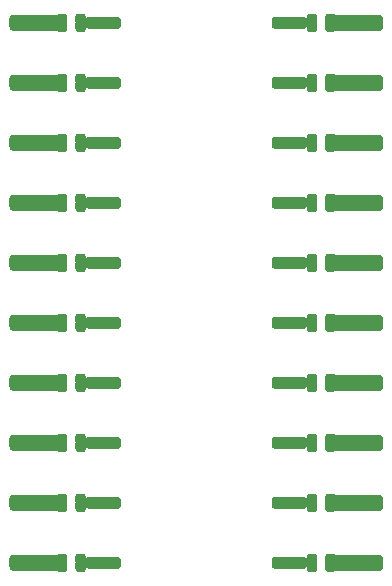
<source format=gts>
G04 #@! TF.GenerationSoftware,KiCad,Pcbnew,5.1.9-73d0e3b20d~88~ubuntu20.04.1*
G04 #@! TF.CreationDate,2021-06-04T14:41:46+03:00*
G04 #@! TF.ProjectId,cable_to_square_pin,6361626c-655f-4746-9f5f-737175617265,rev?*
G04 #@! TF.SameCoordinates,Original*
G04 #@! TF.FileFunction,Soldermask,Top*
G04 #@! TF.FilePolarity,Negative*
%FSLAX46Y46*%
G04 Gerber Fmt 4.6, Leading zero omitted, Abs format (unit mm)*
G04 Created by KiCad (PCBNEW 5.1.9-73d0e3b20d~88~ubuntu20.04.1) date 2021-06-04 14:41:46*
%MOMM*%
%LPD*%
G01*
G04 APERTURE LIST*
G04 APERTURE END LIST*
G04 #@! TO.C,J1*
G36*
G01*
X107860000Y-121020000D02*
X111460000Y-121020000D01*
G75*
G02*
X111810000Y-121370000I0J-350000D01*
G01*
X111810000Y-122070000D01*
G75*
G02*
X111460000Y-122420000I-350000J0D01*
G01*
X107860000Y-122420000D01*
G75*
G02*
X107510000Y-122070000I0J350000D01*
G01*
X107510000Y-121370000D01*
G75*
G02*
X107860000Y-121020000I350000J0D01*
G01*
G37*
G04 #@! TD*
G04 #@! TO.C,J2*
G36*
G01*
X105360000Y-121470000D02*
X105360000Y-121970000D01*
G75*
G02*
X105110000Y-122220000I-250000J0D01*
G01*
X102610000Y-122220000D01*
G75*
G02*
X102360000Y-121970000I0J250000D01*
G01*
X102360000Y-121470000D01*
G75*
G02*
X102610000Y-121220000I250000J0D01*
G01*
X105110000Y-121220000D01*
G75*
G02*
X105360000Y-121470000I0J-250000D01*
G01*
G37*
G04 #@! TD*
G04 #@! TO.C,C1*
G36*
G01*
X106910000Y-75956250D02*
X106910000Y-75443750D01*
G75*
G02*
X107128750Y-75225000I218750J0D01*
G01*
X107566250Y-75225000D01*
G75*
G02*
X107785000Y-75443750I0J-218750D01*
G01*
X107785000Y-75956250D01*
G75*
G02*
X107566250Y-76175000I-218750J0D01*
G01*
X107128750Y-76175000D01*
G75*
G02*
X106910000Y-75956250I0J218750D01*
G01*
G37*
G36*
G01*
X105335000Y-75956250D02*
X105335000Y-75443750D01*
G75*
G02*
X105553750Y-75225000I218750J0D01*
G01*
X105991250Y-75225000D01*
G75*
G02*
X106210000Y-75443750I0J-218750D01*
G01*
X106210000Y-75956250D01*
G75*
G02*
X105991250Y-76175000I-218750J0D01*
G01*
X105553750Y-76175000D01*
G75*
G02*
X105335000Y-75956250I0J218750D01*
G01*
G37*
G04 #@! TD*
G04 #@! TO.C,J2*
G36*
G01*
X105360000Y-106230000D02*
X105360000Y-106730000D01*
G75*
G02*
X105110000Y-106980000I-250000J0D01*
G01*
X102610000Y-106980000D01*
G75*
G02*
X102360000Y-106730000I0J250000D01*
G01*
X102360000Y-106230000D01*
G75*
G02*
X102610000Y-105980000I250000J0D01*
G01*
X105110000Y-105980000D01*
G75*
G02*
X105360000Y-106230000I0J-250000D01*
G01*
G37*
G04 #@! TD*
G04 #@! TO.C,R1*
G36*
G01*
X106910000Y-76556250D02*
X106910000Y-76043750D01*
G75*
G02*
X107128750Y-75825000I218750J0D01*
G01*
X107566250Y-75825000D01*
G75*
G02*
X107785000Y-76043750I0J-218750D01*
G01*
X107785000Y-76556250D01*
G75*
G02*
X107566250Y-76775000I-218750J0D01*
G01*
X107128750Y-76775000D01*
G75*
G02*
X106910000Y-76556250I0J218750D01*
G01*
G37*
G36*
G01*
X105335000Y-76556250D02*
X105335000Y-76043750D01*
G75*
G02*
X105553750Y-75825000I218750J0D01*
G01*
X105991250Y-75825000D01*
G75*
G02*
X106210000Y-76043750I0J-218750D01*
G01*
X106210000Y-76556250D01*
G75*
G02*
X105991250Y-76775000I-218750J0D01*
G01*
X105553750Y-76775000D01*
G75*
G02*
X105335000Y-76556250I0J218750D01*
G01*
G37*
G04 #@! TD*
G04 #@! TO.C,J1*
G36*
G01*
X107860000Y-85460000D02*
X111460000Y-85460000D01*
G75*
G02*
X111810000Y-85810000I0J-350000D01*
G01*
X111810000Y-86510000D01*
G75*
G02*
X111460000Y-86860000I-350000J0D01*
G01*
X107860000Y-86860000D01*
G75*
G02*
X107510000Y-86510000I0J350000D01*
G01*
X107510000Y-85810000D01*
G75*
G02*
X107860000Y-85460000I350000J0D01*
G01*
G37*
G04 #@! TD*
G04 #@! TO.C,R1*
G36*
G01*
X105335000Y-112116250D02*
X105335000Y-111603750D01*
G75*
G02*
X105553750Y-111385000I218750J0D01*
G01*
X105991250Y-111385000D01*
G75*
G02*
X106210000Y-111603750I0J-218750D01*
G01*
X106210000Y-112116250D01*
G75*
G02*
X105991250Y-112335000I-218750J0D01*
G01*
X105553750Y-112335000D01*
G75*
G02*
X105335000Y-112116250I0J218750D01*
G01*
G37*
G36*
G01*
X106910000Y-112116250D02*
X106910000Y-111603750D01*
G75*
G02*
X107128750Y-111385000I218750J0D01*
G01*
X107566250Y-111385000D01*
G75*
G02*
X107785000Y-111603750I0J-218750D01*
G01*
X107785000Y-112116250D01*
G75*
G02*
X107566250Y-112335000I-218750J0D01*
G01*
X107128750Y-112335000D01*
G75*
G02*
X106910000Y-112116250I0J218750D01*
G01*
G37*
G04 #@! TD*
G04 #@! TO.C,R1*
G36*
G01*
X106910000Y-117196250D02*
X106910000Y-116683750D01*
G75*
G02*
X107128750Y-116465000I218750J0D01*
G01*
X107566250Y-116465000D01*
G75*
G02*
X107785000Y-116683750I0J-218750D01*
G01*
X107785000Y-117196250D01*
G75*
G02*
X107566250Y-117415000I-218750J0D01*
G01*
X107128750Y-117415000D01*
G75*
G02*
X106910000Y-117196250I0J218750D01*
G01*
G37*
G36*
G01*
X105335000Y-117196250D02*
X105335000Y-116683750D01*
G75*
G02*
X105553750Y-116465000I218750J0D01*
G01*
X105991250Y-116465000D01*
G75*
G02*
X106210000Y-116683750I0J-218750D01*
G01*
X106210000Y-117196250D01*
G75*
G02*
X105991250Y-117415000I-218750J0D01*
G01*
X105553750Y-117415000D01*
G75*
G02*
X105335000Y-117196250I0J218750D01*
G01*
G37*
G04 #@! TD*
G04 #@! TO.C,J1*
G36*
G01*
X107860000Y-80380000D02*
X111460000Y-80380000D01*
G75*
G02*
X111810000Y-80730000I0J-350000D01*
G01*
X111810000Y-81430000D01*
G75*
G02*
X111460000Y-81780000I-350000J0D01*
G01*
X107860000Y-81780000D01*
G75*
G02*
X107510000Y-81430000I0J350000D01*
G01*
X107510000Y-80730000D01*
G75*
G02*
X107860000Y-80380000I350000J0D01*
G01*
G37*
G04 #@! TD*
G04 #@! TO.C,R1*
G36*
G01*
X105335000Y-81636250D02*
X105335000Y-81123750D01*
G75*
G02*
X105553750Y-80905000I218750J0D01*
G01*
X105991250Y-80905000D01*
G75*
G02*
X106210000Y-81123750I0J-218750D01*
G01*
X106210000Y-81636250D01*
G75*
G02*
X105991250Y-81855000I-218750J0D01*
G01*
X105553750Y-81855000D01*
G75*
G02*
X105335000Y-81636250I0J218750D01*
G01*
G37*
G36*
G01*
X106910000Y-81636250D02*
X106910000Y-81123750D01*
G75*
G02*
X107128750Y-80905000I218750J0D01*
G01*
X107566250Y-80905000D01*
G75*
G02*
X107785000Y-81123750I0J-218750D01*
G01*
X107785000Y-81636250D01*
G75*
G02*
X107566250Y-81855000I-218750J0D01*
G01*
X107128750Y-81855000D01*
G75*
G02*
X106910000Y-81636250I0J218750D01*
G01*
G37*
G04 #@! TD*
G04 #@! TO.C,J1*
G36*
G01*
X107860000Y-95620000D02*
X111460000Y-95620000D01*
G75*
G02*
X111810000Y-95970000I0J-350000D01*
G01*
X111810000Y-96670000D01*
G75*
G02*
X111460000Y-97020000I-350000J0D01*
G01*
X107860000Y-97020000D01*
G75*
G02*
X107510000Y-96670000I0J350000D01*
G01*
X107510000Y-95970000D01*
G75*
G02*
X107860000Y-95620000I350000J0D01*
G01*
G37*
G04 #@! TD*
G04 #@! TO.C,R1*
G36*
G01*
X105335000Y-91796250D02*
X105335000Y-91283750D01*
G75*
G02*
X105553750Y-91065000I218750J0D01*
G01*
X105991250Y-91065000D01*
G75*
G02*
X106210000Y-91283750I0J-218750D01*
G01*
X106210000Y-91796250D01*
G75*
G02*
X105991250Y-92015000I-218750J0D01*
G01*
X105553750Y-92015000D01*
G75*
G02*
X105335000Y-91796250I0J218750D01*
G01*
G37*
G36*
G01*
X106910000Y-91796250D02*
X106910000Y-91283750D01*
G75*
G02*
X107128750Y-91065000I218750J0D01*
G01*
X107566250Y-91065000D01*
G75*
G02*
X107785000Y-91283750I0J-218750D01*
G01*
X107785000Y-91796250D01*
G75*
G02*
X107566250Y-92015000I-218750J0D01*
G01*
X107128750Y-92015000D01*
G75*
G02*
X106910000Y-91796250I0J218750D01*
G01*
G37*
G04 #@! TD*
G04 #@! TO.C,J1*
G36*
G01*
X107860000Y-100700000D02*
X111460000Y-100700000D01*
G75*
G02*
X111810000Y-101050000I0J-350000D01*
G01*
X111810000Y-101750000D01*
G75*
G02*
X111460000Y-102100000I-350000J0D01*
G01*
X107860000Y-102100000D01*
G75*
G02*
X107510000Y-101750000I0J350000D01*
G01*
X107510000Y-101050000D01*
G75*
G02*
X107860000Y-100700000I350000J0D01*
G01*
G37*
G04 #@! TD*
G04 #@! TO.C,J1*
G36*
G01*
X107860000Y-115940000D02*
X111460000Y-115940000D01*
G75*
G02*
X111810000Y-116290000I0J-350000D01*
G01*
X111810000Y-116990000D01*
G75*
G02*
X111460000Y-117340000I-350000J0D01*
G01*
X107860000Y-117340000D01*
G75*
G02*
X107510000Y-116990000I0J350000D01*
G01*
X107510000Y-116290000D01*
G75*
G02*
X107860000Y-115940000I350000J0D01*
G01*
G37*
G04 #@! TD*
G04 #@! TO.C,C1*
G36*
G01*
X105335000Y-111516250D02*
X105335000Y-111003750D01*
G75*
G02*
X105553750Y-110785000I218750J0D01*
G01*
X105991250Y-110785000D01*
G75*
G02*
X106210000Y-111003750I0J-218750D01*
G01*
X106210000Y-111516250D01*
G75*
G02*
X105991250Y-111735000I-218750J0D01*
G01*
X105553750Y-111735000D01*
G75*
G02*
X105335000Y-111516250I0J218750D01*
G01*
G37*
G36*
G01*
X106910000Y-111516250D02*
X106910000Y-111003750D01*
G75*
G02*
X107128750Y-110785000I218750J0D01*
G01*
X107566250Y-110785000D01*
G75*
G02*
X107785000Y-111003750I0J-218750D01*
G01*
X107785000Y-111516250D01*
G75*
G02*
X107566250Y-111735000I-218750J0D01*
G01*
X107128750Y-111735000D01*
G75*
G02*
X106910000Y-111516250I0J218750D01*
G01*
G37*
G04 #@! TD*
G04 #@! TO.C,C1*
G36*
G01*
X106910000Y-96276250D02*
X106910000Y-95763750D01*
G75*
G02*
X107128750Y-95545000I218750J0D01*
G01*
X107566250Y-95545000D01*
G75*
G02*
X107785000Y-95763750I0J-218750D01*
G01*
X107785000Y-96276250D01*
G75*
G02*
X107566250Y-96495000I-218750J0D01*
G01*
X107128750Y-96495000D01*
G75*
G02*
X106910000Y-96276250I0J218750D01*
G01*
G37*
G36*
G01*
X105335000Y-96276250D02*
X105335000Y-95763750D01*
G75*
G02*
X105553750Y-95545000I218750J0D01*
G01*
X105991250Y-95545000D01*
G75*
G02*
X106210000Y-95763750I0J-218750D01*
G01*
X106210000Y-96276250D01*
G75*
G02*
X105991250Y-96495000I-218750J0D01*
G01*
X105553750Y-96495000D01*
G75*
G02*
X105335000Y-96276250I0J218750D01*
G01*
G37*
G04 #@! TD*
G04 #@! TO.C,C1*
G36*
G01*
X105335000Y-81036250D02*
X105335000Y-80523750D01*
G75*
G02*
X105553750Y-80305000I218750J0D01*
G01*
X105991250Y-80305000D01*
G75*
G02*
X106210000Y-80523750I0J-218750D01*
G01*
X106210000Y-81036250D01*
G75*
G02*
X105991250Y-81255000I-218750J0D01*
G01*
X105553750Y-81255000D01*
G75*
G02*
X105335000Y-81036250I0J218750D01*
G01*
G37*
G36*
G01*
X106910000Y-81036250D02*
X106910000Y-80523750D01*
G75*
G02*
X107128750Y-80305000I218750J0D01*
G01*
X107566250Y-80305000D01*
G75*
G02*
X107785000Y-80523750I0J-218750D01*
G01*
X107785000Y-81036250D01*
G75*
G02*
X107566250Y-81255000I-218750J0D01*
G01*
X107128750Y-81255000D01*
G75*
G02*
X106910000Y-81036250I0J218750D01*
G01*
G37*
G04 #@! TD*
G04 #@! TO.C,J1*
G36*
G01*
X107860000Y-75300000D02*
X111460000Y-75300000D01*
G75*
G02*
X111810000Y-75650000I0J-350000D01*
G01*
X111810000Y-76350000D01*
G75*
G02*
X111460000Y-76700000I-350000J0D01*
G01*
X107860000Y-76700000D01*
G75*
G02*
X107510000Y-76350000I0J350000D01*
G01*
X107510000Y-75650000D01*
G75*
G02*
X107860000Y-75300000I350000J0D01*
G01*
G37*
G04 #@! TD*
G04 #@! TO.C,R1*
G36*
G01*
X106910000Y-107036250D02*
X106910000Y-106523750D01*
G75*
G02*
X107128750Y-106305000I218750J0D01*
G01*
X107566250Y-106305000D01*
G75*
G02*
X107785000Y-106523750I0J-218750D01*
G01*
X107785000Y-107036250D01*
G75*
G02*
X107566250Y-107255000I-218750J0D01*
G01*
X107128750Y-107255000D01*
G75*
G02*
X106910000Y-107036250I0J218750D01*
G01*
G37*
G36*
G01*
X105335000Y-107036250D02*
X105335000Y-106523750D01*
G75*
G02*
X105553750Y-106305000I218750J0D01*
G01*
X105991250Y-106305000D01*
G75*
G02*
X106210000Y-106523750I0J-218750D01*
G01*
X106210000Y-107036250D01*
G75*
G02*
X105991250Y-107255000I-218750J0D01*
G01*
X105553750Y-107255000D01*
G75*
G02*
X105335000Y-107036250I0J218750D01*
G01*
G37*
G04 #@! TD*
G04 #@! TO.C,J2*
G36*
G01*
X105360000Y-111310000D02*
X105360000Y-111810000D01*
G75*
G02*
X105110000Y-112060000I-250000J0D01*
G01*
X102610000Y-112060000D01*
G75*
G02*
X102360000Y-111810000I0J250000D01*
G01*
X102360000Y-111310000D01*
G75*
G02*
X102610000Y-111060000I250000J0D01*
G01*
X105110000Y-111060000D01*
G75*
G02*
X105360000Y-111310000I0J-250000D01*
G01*
G37*
G04 #@! TD*
G04 #@! TO.C,J1*
G36*
G01*
X107860000Y-110860000D02*
X111460000Y-110860000D01*
G75*
G02*
X111810000Y-111210000I0J-350000D01*
G01*
X111810000Y-111910000D01*
G75*
G02*
X111460000Y-112260000I-350000J0D01*
G01*
X107860000Y-112260000D01*
G75*
G02*
X107510000Y-111910000I0J350000D01*
G01*
X107510000Y-111210000D01*
G75*
G02*
X107860000Y-110860000I350000J0D01*
G01*
G37*
G04 #@! TD*
G04 #@! TO.C,J1*
G36*
G01*
X107860000Y-90540000D02*
X111460000Y-90540000D01*
G75*
G02*
X111810000Y-90890000I0J-350000D01*
G01*
X111810000Y-91590000D01*
G75*
G02*
X111460000Y-91940000I-350000J0D01*
G01*
X107860000Y-91940000D01*
G75*
G02*
X107510000Y-91590000I0J350000D01*
G01*
X107510000Y-90890000D01*
G75*
G02*
X107860000Y-90540000I350000J0D01*
G01*
G37*
G04 #@! TD*
G04 #@! TO.C,C1*
G36*
G01*
X105335000Y-101356250D02*
X105335000Y-100843750D01*
G75*
G02*
X105553750Y-100625000I218750J0D01*
G01*
X105991250Y-100625000D01*
G75*
G02*
X106210000Y-100843750I0J-218750D01*
G01*
X106210000Y-101356250D01*
G75*
G02*
X105991250Y-101575000I-218750J0D01*
G01*
X105553750Y-101575000D01*
G75*
G02*
X105335000Y-101356250I0J218750D01*
G01*
G37*
G36*
G01*
X106910000Y-101356250D02*
X106910000Y-100843750D01*
G75*
G02*
X107128750Y-100625000I218750J0D01*
G01*
X107566250Y-100625000D01*
G75*
G02*
X107785000Y-100843750I0J-218750D01*
G01*
X107785000Y-101356250D01*
G75*
G02*
X107566250Y-101575000I-218750J0D01*
G01*
X107128750Y-101575000D01*
G75*
G02*
X106910000Y-101356250I0J218750D01*
G01*
G37*
G04 #@! TD*
G04 #@! TO.C,C1*
G36*
G01*
X105335000Y-91196250D02*
X105335000Y-90683750D01*
G75*
G02*
X105553750Y-90465000I218750J0D01*
G01*
X105991250Y-90465000D01*
G75*
G02*
X106210000Y-90683750I0J-218750D01*
G01*
X106210000Y-91196250D01*
G75*
G02*
X105991250Y-91415000I-218750J0D01*
G01*
X105553750Y-91415000D01*
G75*
G02*
X105335000Y-91196250I0J218750D01*
G01*
G37*
G36*
G01*
X106910000Y-91196250D02*
X106910000Y-90683750D01*
G75*
G02*
X107128750Y-90465000I218750J0D01*
G01*
X107566250Y-90465000D01*
G75*
G02*
X107785000Y-90683750I0J-218750D01*
G01*
X107785000Y-91196250D01*
G75*
G02*
X107566250Y-91415000I-218750J0D01*
G01*
X107128750Y-91415000D01*
G75*
G02*
X106910000Y-91196250I0J218750D01*
G01*
G37*
G04 #@! TD*
G04 #@! TO.C,C1*
G36*
G01*
X106910000Y-116596250D02*
X106910000Y-116083750D01*
G75*
G02*
X107128750Y-115865000I218750J0D01*
G01*
X107566250Y-115865000D01*
G75*
G02*
X107785000Y-116083750I0J-218750D01*
G01*
X107785000Y-116596250D01*
G75*
G02*
X107566250Y-116815000I-218750J0D01*
G01*
X107128750Y-116815000D01*
G75*
G02*
X106910000Y-116596250I0J218750D01*
G01*
G37*
G36*
G01*
X105335000Y-116596250D02*
X105335000Y-116083750D01*
G75*
G02*
X105553750Y-115865000I218750J0D01*
G01*
X105991250Y-115865000D01*
G75*
G02*
X106210000Y-116083750I0J-218750D01*
G01*
X106210000Y-116596250D01*
G75*
G02*
X105991250Y-116815000I-218750J0D01*
G01*
X105553750Y-116815000D01*
G75*
G02*
X105335000Y-116596250I0J218750D01*
G01*
G37*
G04 #@! TD*
G04 #@! TO.C,J2*
G36*
G01*
X105360000Y-116390000D02*
X105360000Y-116890000D01*
G75*
G02*
X105110000Y-117140000I-250000J0D01*
G01*
X102610000Y-117140000D01*
G75*
G02*
X102360000Y-116890000I0J250000D01*
G01*
X102360000Y-116390000D01*
G75*
G02*
X102610000Y-116140000I250000J0D01*
G01*
X105110000Y-116140000D01*
G75*
G02*
X105360000Y-116390000I0J-250000D01*
G01*
G37*
G04 #@! TD*
G04 #@! TO.C,J1*
G36*
G01*
X107860000Y-105780000D02*
X111460000Y-105780000D01*
G75*
G02*
X111810000Y-106130000I0J-350000D01*
G01*
X111810000Y-106830000D01*
G75*
G02*
X111460000Y-107180000I-350000J0D01*
G01*
X107860000Y-107180000D01*
G75*
G02*
X107510000Y-106830000I0J350000D01*
G01*
X107510000Y-106130000D01*
G75*
G02*
X107860000Y-105780000I350000J0D01*
G01*
G37*
G04 #@! TD*
G04 #@! TO.C,J2*
G36*
G01*
X105360000Y-90990000D02*
X105360000Y-91490000D01*
G75*
G02*
X105110000Y-91740000I-250000J0D01*
G01*
X102610000Y-91740000D01*
G75*
G02*
X102360000Y-91490000I0J250000D01*
G01*
X102360000Y-90990000D01*
G75*
G02*
X102610000Y-90740000I250000J0D01*
G01*
X105110000Y-90740000D01*
G75*
G02*
X105360000Y-90990000I0J-250000D01*
G01*
G37*
G04 #@! TD*
G04 #@! TO.C,J2*
G36*
G01*
X105360000Y-85910000D02*
X105360000Y-86410000D01*
G75*
G02*
X105110000Y-86660000I-250000J0D01*
G01*
X102610000Y-86660000D01*
G75*
G02*
X102360000Y-86410000I0J250000D01*
G01*
X102360000Y-85910000D01*
G75*
G02*
X102610000Y-85660000I250000J0D01*
G01*
X105110000Y-85660000D01*
G75*
G02*
X105360000Y-85910000I0J-250000D01*
G01*
G37*
G04 #@! TD*
G04 #@! TO.C,J2*
G36*
G01*
X105360000Y-101150000D02*
X105360000Y-101650000D01*
G75*
G02*
X105110000Y-101900000I-250000J0D01*
G01*
X102610000Y-101900000D01*
G75*
G02*
X102360000Y-101650000I0J250000D01*
G01*
X102360000Y-101150000D01*
G75*
G02*
X102610000Y-100900000I250000J0D01*
G01*
X105110000Y-100900000D01*
G75*
G02*
X105360000Y-101150000I0J-250000D01*
G01*
G37*
G04 #@! TD*
G04 #@! TO.C,R1*
G36*
G01*
X106910000Y-86716250D02*
X106910000Y-86203750D01*
G75*
G02*
X107128750Y-85985000I218750J0D01*
G01*
X107566250Y-85985000D01*
G75*
G02*
X107785000Y-86203750I0J-218750D01*
G01*
X107785000Y-86716250D01*
G75*
G02*
X107566250Y-86935000I-218750J0D01*
G01*
X107128750Y-86935000D01*
G75*
G02*
X106910000Y-86716250I0J218750D01*
G01*
G37*
G36*
G01*
X105335000Y-86716250D02*
X105335000Y-86203750D01*
G75*
G02*
X105553750Y-85985000I218750J0D01*
G01*
X105991250Y-85985000D01*
G75*
G02*
X106210000Y-86203750I0J-218750D01*
G01*
X106210000Y-86716250D01*
G75*
G02*
X105991250Y-86935000I-218750J0D01*
G01*
X105553750Y-86935000D01*
G75*
G02*
X105335000Y-86716250I0J218750D01*
G01*
G37*
G04 #@! TD*
G04 #@! TO.C,J2*
G36*
G01*
X105360000Y-96070000D02*
X105360000Y-96570000D01*
G75*
G02*
X105110000Y-96820000I-250000J0D01*
G01*
X102610000Y-96820000D01*
G75*
G02*
X102360000Y-96570000I0J250000D01*
G01*
X102360000Y-96070000D01*
G75*
G02*
X102610000Y-95820000I250000J0D01*
G01*
X105110000Y-95820000D01*
G75*
G02*
X105360000Y-96070000I0J-250000D01*
G01*
G37*
G04 #@! TD*
G04 #@! TO.C,C1*
G36*
G01*
X106910000Y-106436250D02*
X106910000Y-105923750D01*
G75*
G02*
X107128750Y-105705000I218750J0D01*
G01*
X107566250Y-105705000D01*
G75*
G02*
X107785000Y-105923750I0J-218750D01*
G01*
X107785000Y-106436250D01*
G75*
G02*
X107566250Y-106655000I-218750J0D01*
G01*
X107128750Y-106655000D01*
G75*
G02*
X106910000Y-106436250I0J218750D01*
G01*
G37*
G36*
G01*
X105335000Y-106436250D02*
X105335000Y-105923750D01*
G75*
G02*
X105553750Y-105705000I218750J0D01*
G01*
X105991250Y-105705000D01*
G75*
G02*
X106210000Y-105923750I0J-218750D01*
G01*
X106210000Y-106436250D01*
G75*
G02*
X105991250Y-106655000I-218750J0D01*
G01*
X105553750Y-106655000D01*
G75*
G02*
X105335000Y-106436250I0J218750D01*
G01*
G37*
G04 #@! TD*
G04 #@! TO.C,R1*
G36*
G01*
X105335000Y-122276250D02*
X105335000Y-121763750D01*
G75*
G02*
X105553750Y-121545000I218750J0D01*
G01*
X105991250Y-121545000D01*
G75*
G02*
X106210000Y-121763750I0J-218750D01*
G01*
X106210000Y-122276250D01*
G75*
G02*
X105991250Y-122495000I-218750J0D01*
G01*
X105553750Y-122495000D01*
G75*
G02*
X105335000Y-122276250I0J218750D01*
G01*
G37*
G36*
G01*
X106910000Y-122276250D02*
X106910000Y-121763750D01*
G75*
G02*
X107128750Y-121545000I218750J0D01*
G01*
X107566250Y-121545000D01*
G75*
G02*
X107785000Y-121763750I0J-218750D01*
G01*
X107785000Y-122276250D01*
G75*
G02*
X107566250Y-122495000I-218750J0D01*
G01*
X107128750Y-122495000D01*
G75*
G02*
X106910000Y-122276250I0J218750D01*
G01*
G37*
G04 #@! TD*
G04 #@! TO.C,J2*
G36*
G01*
X105360000Y-75750000D02*
X105360000Y-76250000D01*
G75*
G02*
X105110000Y-76500000I-250000J0D01*
G01*
X102610000Y-76500000D01*
G75*
G02*
X102360000Y-76250000I0J250000D01*
G01*
X102360000Y-75750000D01*
G75*
G02*
X102610000Y-75500000I250000J0D01*
G01*
X105110000Y-75500000D01*
G75*
G02*
X105360000Y-75750000I0J-250000D01*
G01*
G37*
G04 #@! TD*
G04 #@! TO.C,J2*
G36*
G01*
X105360000Y-80830000D02*
X105360000Y-81330000D01*
G75*
G02*
X105110000Y-81580000I-250000J0D01*
G01*
X102610000Y-81580000D01*
G75*
G02*
X102360000Y-81330000I0J250000D01*
G01*
X102360000Y-80830000D01*
G75*
G02*
X102610000Y-80580000I250000J0D01*
G01*
X105110000Y-80580000D01*
G75*
G02*
X105360000Y-80830000I0J-250000D01*
G01*
G37*
G04 #@! TD*
G04 #@! TO.C,R1*
G36*
G01*
X105335000Y-101956250D02*
X105335000Y-101443750D01*
G75*
G02*
X105553750Y-101225000I218750J0D01*
G01*
X105991250Y-101225000D01*
G75*
G02*
X106210000Y-101443750I0J-218750D01*
G01*
X106210000Y-101956250D01*
G75*
G02*
X105991250Y-102175000I-218750J0D01*
G01*
X105553750Y-102175000D01*
G75*
G02*
X105335000Y-101956250I0J218750D01*
G01*
G37*
G36*
G01*
X106910000Y-101956250D02*
X106910000Y-101443750D01*
G75*
G02*
X107128750Y-101225000I218750J0D01*
G01*
X107566250Y-101225000D01*
G75*
G02*
X107785000Y-101443750I0J-218750D01*
G01*
X107785000Y-101956250D01*
G75*
G02*
X107566250Y-102175000I-218750J0D01*
G01*
X107128750Y-102175000D01*
G75*
G02*
X106910000Y-101956250I0J218750D01*
G01*
G37*
G04 #@! TD*
G04 #@! TO.C,C1*
G36*
G01*
X105335000Y-121676250D02*
X105335000Y-121163750D01*
G75*
G02*
X105553750Y-120945000I218750J0D01*
G01*
X105991250Y-120945000D01*
G75*
G02*
X106210000Y-121163750I0J-218750D01*
G01*
X106210000Y-121676250D01*
G75*
G02*
X105991250Y-121895000I-218750J0D01*
G01*
X105553750Y-121895000D01*
G75*
G02*
X105335000Y-121676250I0J218750D01*
G01*
G37*
G36*
G01*
X106910000Y-121676250D02*
X106910000Y-121163750D01*
G75*
G02*
X107128750Y-120945000I218750J0D01*
G01*
X107566250Y-120945000D01*
G75*
G02*
X107785000Y-121163750I0J-218750D01*
G01*
X107785000Y-121676250D01*
G75*
G02*
X107566250Y-121895000I-218750J0D01*
G01*
X107128750Y-121895000D01*
G75*
G02*
X106910000Y-121676250I0J218750D01*
G01*
G37*
G04 #@! TD*
G04 #@! TO.C,C1*
G36*
G01*
X106910000Y-86116250D02*
X106910000Y-85603750D01*
G75*
G02*
X107128750Y-85385000I218750J0D01*
G01*
X107566250Y-85385000D01*
G75*
G02*
X107785000Y-85603750I0J-218750D01*
G01*
X107785000Y-86116250D01*
G75*
G02*
X107566250Y-86335000I-218750J0D01*
G01*
X107128750Y-86335000D01*
G75*
G02*
X106910000Y-86116250I0J218750D01*
G01*
G37*
G36*
G01*
X105335000Y-86116250D02*
X105335000Y-85603750D01*
G75*
G02*
X105553750Y-85385000I218750J0D01*
G01*
X105991250Y-85385000D01*
G75*
G02*
X106210000Y-85603750I0J-218750D01*
G01*
X106210000Y-86116250D01*
G75*
G02*
X105991250Y-86335000I-218750J0D01*
G01*
X105553750Y-86335000D01*
G75*
G02*
X105335000Y-86116250I0J218750D01*
G01*
G37*
G04 #@! TD*
G04 #@! TO.C,R1*
G36*
G01*
X106910000Y-96876250D02*
X106910000Y-96363750D01*
G75*
G02*
X107128750Y-96145000I218750J0D01*
G01*
X107566250Y-96145000D01*
G75*
G02*
X107785000Y-96363750I0J-218750D01*
G01*
X107785000Y-96876250D01*
G75*
G02*
X107566250Y-97095000I-218750J0D01*
G01*
X107128750Y-97095000D01*
G75*
G02*
X106910000Y-96876250I0J218750D01*
G01*
G37*
G36*
G01*
X105335000Y-96876250D02*
X105335000Y-96363750D01*
G75*
G02*
X105553750Y-96145000I218750J0D01*
G01*
X105991250Y-96145000D01*
G75*
G02*
X106210000Y-96363750I0J-218750D01*
G01*
X106210000Y-96876250D01*
G75*
G02*
X105991250Y-97095000I-218750J0D01*
G01*
X105553750Y-97095000D01*
G75*
G02*
X105335000Y-96876250I0J218750D01*
G01*
G37*
G04 #@! TD*
G04 #@! TO.C,J1*
G36*
G01*
X84100000Y-117340000D02*
X80500000Y-117340000D01*
G75*
G02*
X80150000Y-116990000I0J350000D01*
G01*
X80150000Y-116290000D01*
G75*
G02*
X80500000Y-115940000I350000J0D01*
G01*
X84100000Y-115940000D01*
G75*
G02*
X84450000Y-116290000I0J-350000D01*
G01*
X84450000Y-116990000D01*
G75*
G02*
X84100000Y-117340000I-350000J0D01*
G01*
G37*
G04 #@! TD*
G04 #@! TO.C,R1*
G36*
G01*
X86625000Y-121163750D02*
X86625000Y-121676250D01*
G75*
G02*
X86406250Y-121895000I-218750J0D01*
G01*
X85968750Y-121895000D01*
G75*
G02*
X85750000Y-121676250I0J218750D01*
G01*
X85750000Y-121163750D01*
G75*
G02*
X85968750Y-120945000I218750J0D01*
G01*
X86406250Y-120945000D01*
G75*
G02*
X86625000Y-121163750I0J-218750D01*
G01*
G37*
G36*
G01*
X85050000Y-121163750D02*
X85050000Y-121676250D01*
G75*
G02*
X84831250Y-121895000I-218750J0D01*
G01*
X84393750Y-121895000D01*
G75*
G02*
X84175000Y-121676250I0J218750D01*
G01*
X84175000Y-121163750D01*
G75*
G02*
X84393750Y-120945000I218750J0D01*
G01*
X84831250Y-120945000D01*
G75*
G02*
X85050000Y-121163750I0J-218750D01*
G01*
G37*
G04 #@! TD*
G04 #@! TO.C,J1*
G36*
G01*
X84100000Y-112260000D02*
X80500000Y-112260000D01*
G75*
G02*
X80150000Y-111910000I0J350000D01*
G01*
X80150000Y-111210000D01*
G75*
G02*
X80500000Y-110860000I350000J0D01*
G01*
X84100000Y-110860000D01*
G75*
G02*
X84450000Y-111210000I0J-350000D01*
G01*
X84450000Y-111910000D01*
G75*
G02*
X84100000Y-112260000I-350000J0D01*
G01*
G37*
G04 #@! TD*
G04 #@! TO.C,C1*
G36*
G01*
X85050000Y-116683750D02*
X85050000Y-117196250D01*
G75*
G02*
X84831250Y-117415000I-218750J0D01*
G01*
X84393750Y-117415000D01*
G75*
G02*
X84175000Y-117196250I0J218750D01*
G01*
X84175000Y-116683750D01*
G75*
G02*
X84393750Y-116465000I218750J0D01*
G01*
X84831250Y-116465000D01*
G75*
G02*
X85050000Y-116683750I0J-218750D01*
G01*
G37*
G36*
G01*
X86625000Y-116683750D02*
X86625000Y-117196250D01*
G75*
G02*
X86406250Y-117415000I-218750J0D01*
G01*
X85968750Y-117415000D01*
G75*
G02*
X85750000Y-117196250I0J218750D01*
G01*
X85750000Y-116683750D01*
G75*
G02*
X85968750Y-116465000I218750J0D01*
G01*
X86406250Y-116465000D01*
G75*
G02*
X86625000Y-116683750I0J-218750D01*
G01*
G37*
G04 #@! TD*
G04 #@! TO.C,J1*
G36*
G01*
X84100000Y-122420000D02*
X80500000Y-122420000D01*
G75*
G02*
X80150000Y-122070000I0J350000D01*
G01*
X80150000Y-121370000D01*
G75*
G02*
X80500000Y-121020000I350000J0D01*
G01*
X84100000Y-121020000D01*
G75*
G02*
X84450000Y-121370000I0J-350000D01*
G01*
X84450000Y-122070000D01*
G75*
G02*
X84100000Y-122420000I-350000J0D01*
G01*
G37*
G04 #@! TD*
G04 #@! TO.C,C1*
G36*
G01*
X86625000Y-111603750D02*
X86625000Y-112116250D01*
G75*
G02*
X86406250Y-112335000I-218750J0D01*
G01*
X85968750Y-112335000D01*
G75*
G02*
X85750000Y-112116250I0J218750D01*
G01*
X85750000Y-111603750D01*
G75*
G02*
X85968750Y-111385000I218750J0D01*
G01*
X86406250Y-111385000D01*
G75*
G02*
X86625000Y-111603750I0J-218750D01*
G01*
G37*
G36*
G01*
X85050000Y-111603750D02*
X85050000Y-112116250D01*
G75*
G02*
X84831250Y-112335000I-218750J0D01*
G01*
X84393750Y-112335000D01*
G75*
G02*
X84175000Y-112116250I0J218750D01*
G01*
X84175000Y-111603750D01*
G75*
G02*
X84393750Y-111385000I218750J0D01*
G01*
X84831250Y-111385000D01*
G75*
G02*
X85050000Y-111603750I0J-218750D01*
G01*
G37*
G04 #@! TD*
G04 #@! TO.C,C1*
G36*
G01*
X86625000Y-121763750D02*
X86625000Y-122276250D01*
G75*
G02*
X86406250Y-122495000I-218750J0D01*
G01*
X85968750Y-122495000D01*
G75*
G02*
X85750000Y-122276250I0J218750D01*
G01*
X85750000Y-121763750D01*
G75*
G02*
X85968750Y-121545000I218750J0D01*
G01*
X86406250Y-121545000D01*
G75*
G02*
X86625000Y-121763750I0J-218750D01*
G01*
G37*
G36*
G01*
X85050000Y-121763750D02*
X85050000Y-122276250D01*
G75*
G02*
X84831250Y-122495000I-218750J0D01*
G01*
X84393750Y-122495000D01*
G75*
G02*
X84175000Y-122276250I0J218750D01*
G01*
X84175000Y-121763750D01*
G75*
G02*
X84393750Y-121545000I218750J0D01*
G01*
X84831250Y-121545000D01*
G75*
G02*
X85050000Y-121763750I0J-218750D01*
G01*
G37*
G04 #@! TD*
G04 #@! TO.C,J2*
G36*
G01*
X86600000Y-121970000D02*
X86600000Y-121470000D01*
G75*
G02*
X86850000Y-121220000I250000J0D01*
G01*
X89350000Y-121220000D01*
G75*
G02*
X89600000Y-121470000I0J-250000D01*
G01*
X89600000Y-121970000D01*
G75*
G02*
X89350000Y-122220000I-250000J0D01*
G01*
X86850000Y-122220000D01*
G75*
G02*
X86600000Y-121970000I0J250000D01*
G01*
G37*
G04 #@! TD*
G04 #@! TO.C,J2*
G36*
G01*
X86600000Y-111810000D02*
X86600000Y-111310000D01*
G75*
G02*
X86850000Y-111060000I250000J0D01*
G01*
X89350000Y-111060000D01*
G75*
G02*
X89600000Y-111310000I0J-250000D01*
G01*
X89600000Y-111810000D01*
G75*
G02*
X89350000Y-112060000I-250000J0D01*
G01*
X86850000Y-112060000D01*
G75*
G02*
X86600000Y-111810000I0J250000D01*
G01*
G37*
G04 #@! TD*
G04 #@! TO.C,J2*
G36*
G01*
X86600000Y-116890000D02*
X86600000Y-116390000D01*
G75*
G02*
X86850000Y-116140000I250000J0D01*
G01*
X89350000Y-116140000D01*
G75*
G02*
X89600000Y-116390000I0J-250000D01*
G01*
X89600000Y-116890000D01*
G75*
G02*
X89350000Y-117140000I-250000J0D01*
G01*
X86850000Y-117140000D01*
G75*
G02*
X86600000Y-116890000I0J250000D01*
G01*
G37*
G04 #@! TD*
G04 #@! TO.C,R1*
G36*
G01*
X86625000Y-111003750D02*
X86625000Y-111516250D01*
G75*
G02*
X86406250Y-111735000I-218750J0D01*
G01*
X85968750Y-111735000D01*
G75*
G02*
X85750000Y-111516250I0J218750D01*
G01*
X85750000Y-111003750D01*
G75*
G02*
X85968750Y-110785000I218750J0D01*
G01*
X86406250Y-110785000D01*
G75*
G02*
X86625000Y-111003750I0J-218750D01*
G01*
G37*
G36*
G01*
X85050000Y-111003750D02*
X85050000Y-111516250D01*
G75*
G02*
X84831250Y-111735000I-218750J0D01*
G01*
X84393750Y-111735000D01*
G75*
G02*
X84175000Y-111516250I0J218750D01*
G01*
X84175000Y-111003750D01*
G75*
G02*
X84393750Y-110785000I218750J0D01*
G01*
X84831250Y-110785000D01*
G75*
G02*
X85050000Y-111003750I0J-218750D01*
G01*
G37*
G04 #@! TD*
G04 #@! TO.C,R1*
G36*
G01*
X85050000Y-116083750D02*
X85050000Y-116596250D01*
G75*
G02*
X84831250Y-116815000I-218750J0D01*
G01*
X84393750Y-116815000D01*
G75*
G02*
X84175000Y-116596250I0J218750D01*
G01*
X84175000Y-116083750D01*
G75*
G02*
X84393750Y-115865000I218750J0D01*
G01*
X84831250Y-115865000D01*
G75*
G02*
X85050000Y-116083750I0J-218750D01*
G01*
G37*
G36*
G01*
X86625000Y-116083750D02*
X86625000Y-116596250D01*
G75*
G02*
X86406250Y-116815000I-218750J0D01*
G01*
X85968750Y-116815000D01*
G75*
G02*
X85750000Y-116596250I0J218750D01*
G01*
X85750000Y-116083750D01*
G75*
G02*
X85968750Y-115865000I218750J0D01*
G01*
X86406250Y-115865000D01*
G75*
G02*
X86625000Y-116083750I0J-218750D01*
G01*
G37*
G04 #@! TD*
G04 #@! TO.C,J2*
G36*
G01*
X86600000Y-106730000D02*
X86600000Y-106230000D01*
G75*
G02*
X86850000Y-105980000I250000J0D01*
G01*
X89350000Y-105980000D01*
G75*
G02*
X89600000Y-106230000I0J-250000D01*
G01*
X89600000Y-106730000D01*
G75*
G02*
X89350000Y-106980000I-250000J0D01*
G01*
X86850000Y-106980000D01*
G75*
G02*
X86600000Y-106730000I0J250000D01*
G01*
G37*
G04 #@! TD*
G04 #@! TO.C,R1*
G36*
G01*
X86625000Y-100843750D02*
X86625000Y-101356250D01*
G75*
G02*
X86406250Y-101575000I-218750J0D01*
G01*
X85968750Y-101575000D01*
G75*
G02*
X85750000Y-101356250I0J218750D01*
G01*
X85750000Y-100843750D01*
G75*
G02*
X85968750Y-100625000I218750J0D01*
G01*
X86406250Y-100625000D01*
G75*
G02*
X86625000Y-100843750I0J-218750D01*
G01*
G37*
G36*
G01*
X85050000Y-100843750D02*
X85050000Y-101356250D01*
G75*
G02*
X84831250Y-101575000I-218750J0D01*
G01*
X84393750Y-101575000D01*
G75*
G02*
X84175000Y-101356250I0J218750D01*
G01*
X84175000Y-100843750D01*
G75*
G02*
X84393750Y-100625000I218750J0D01*
G01*
X84831250Y-100625000D01*
G75*
G02*
X85050000Y-100843750I0J-218750D01*
G01*
G37*
G04 #@! TD*
G04 #@! TO.C,R1*
G36*
G01*
X85050000Y-95763750D02*
X85050000Y-96276250D01*
G75*
G02*
X84831250Y-96495000I-218750J0D01*
G01*
X84393750Y-96495000D01*
G75*
G02*
X84175000Y-96276250I0J218750D01*
G01*
X84175000Y-95763750D01*
G75*
G02*
X84393750Y-95545000I218750J0D01*
G01*
X84831250Y-95545000D01*
G75*
G02*
X85050000Y-95763750I0J-218750D01*
G01*
G37*
G36*
G01*
X86625000Y-95763750D02*
X86625000Y-96276250D01*
G75*
G02*
X86406250Y-96495000I-218750J0D01*
G01*
X85968750Y-96495000D01*
G75*
G02*
X85750000Y-96276250I0J218750D01*
G01*
X85750000Y-95763750D01*
G75*
G02*
X85968750Y-95545000I218750J0D01*
G01*
X86406250Y-95545000D01*
G75*
G02*
X86625000Y-95763750I0J-218750D01*
G01*
G37*
G04 #@! TD*
G04 #@! TO.C,J1*
G36*
G01*
X84100000Y-97020000D02*
X80500000Y-97020000D01*
G75*
G02*
X80150000Y-96670000I0J350000D01*
G01*
X80150000Y-95970000D01*
G75*
G02*
X80500000Y-95620000I350000J0D01*
G01*
X84100000Y-95620000D01*
G75*
G02*
X84450000Y-95970000I0J-350000D01*
G01*
X84450000Y-96670000D01*
G75*
G02*
X84100000Y-97020000I-350000J0D01*
G01*
G37*
G04 #@! TD*
G04 #@! TO.C,C1*
G36*
G01*
X86625000Y-101443750D02*
X86625000Y-101956250D01*
G75*
G02*
X86406250Y-102175000I-218750J0D01*
G01*
X85968750Y-102175000D01*
G75*
G02*
X85750000Y-101956250I0J218750D01*
G01*
X85750000Y-101443750D01*
G75*
G02*
X85968750Y-101225000I218750J0D01*
G01*
X86406250Y-101225000D01*
G75*
G02*
X86625000Y-101443750I0J-218750D01*
G01*
G37*
G36*
G01*
X85050000Y-101443750D02*
X85050000Y-101956250D01*
G75*
G02*
X84831250Y-102175000I-218750J0D01*
G01*
X84393750Y-102175000D01*
G75*
G02*
X84175000Y-101956250I0J218750D01*
G01*
X84175000Y-101443750D01*
G75*
G02*
X84393750Y-101225000I218750J0D01*
G01*
X84831250Y-101225000D01*
G75*
G02*
X85050000Y-101443750I0J-218750D01*
G01*
G37*
G04 #@! TD*
G04 #@! TO.C,R1*
G36*
G01*
X85050000Y-105923750D02*
X85050000Y-106436250D01*
G75*
G02*
X84831250Y-106655000I-218750J0D01*
G01*
X84393750Y-106655000D01*
G75*
G02*
X84175000Y-106436250I0J218750D01*
G01*
X84175000Y-105923750D01*
G75*
G02*
X84393750Y-105705000I218750J0D01*
G01*
X84831250Y-105705000D01*
G75*
G02*
X85050000Y-105923750I0J-218750D01*
G01*
G37*
G36*
G01*
X86625000Y-105923750D02*
X86625000Y-106436250D01*
G75*
G02*
X86406250Y-106655000I-218750J0D01*
G01*
X85968750Y-106655000D01*
G75*
G02*
X85750000Y-106436250I0J218750D01*
G01*
X85750000Y-105923750D01*
G75*
G02*
X85968750Y-105705000I218750J0D01*
G01*
X86406250Y-105705000D01*
G75*
G02*
X86625000Y-105923750I0J-218750D01*
G01*
G37*
G04 #@! TD*
G04 #@! TO.C,J2*
G36*
G01*
X86600000Y-101650000D02*
X86600000Y-101150000D01*
G75*
G02*
X86850000Y-100900000I250000J0D01*
G01*
X89350000Y-100900000D01*
G75*
G02*
X89600000Y-101150000I0J-250000D01*
G01*
X89600000Y-101650000D01*
G75*
G02*
X89350000Y-101900000I-250000J0D01*
G01*
X86850000Y-101900000D01*
G75*
G02*
X86600000Y-101650000I0J250000D01*
G01*
G37*
G04 #@! TD*
G04 #@! TO.C,J1*
G36*
G01*
X84100000Y-102100000D02*
X80500000Y-102100000D01*
G75*
G02*
X80150000Y-101750000I0J350000D01*
G01*
X80150000Y-101050000D01*
G75*
G02*
X80500000Y-100700000I350000J0D01*
G01*
X84100000Y-100700000D01*
G75*
G02*
X84450000Y-101050000I0J-350000D01*
G01*
X84450000Y-101750000D01*
G75*
G02*
X84100000Y-102100000I-350000J0D01*
G01*
G37*
G04 #@! TD*
G04 #@! TO.C,C1*
G36*
G01*
X85050000Y-96363750D02*
X85050000Y-96876250D01*
G75*
G02*
X84831250Y-97095000I-218750J0D01*
G01*
X84393750Y-97095000D01*
G75*
G02*
X84175000Y-96876250I0J218750D01*
G01*
X84175000Y-96363750D01*
G75*
G02*
X84393750Y-96145000I218750J0D01*
G01*
X84831250Y-96145000D01*
G75*
G02*
X85050000Y-96363750I0J-218750D01*
G01*
G37*
G36*
G01*
X86625000Y-96363750D02*
X86625000Y-96876250D01*
G75*
G02*
X86406250Y-97095000I-218750J0D01*
G01*
X85968750Y-97095000D01*
G75*
G02*
X85750000Y-96876250I0J218750D01*
G01*
X85750000Y-96363750D01*
G75*
G02*
X85968750Y-96145000I218750J0D01*
G01*
X86406250Y-96145000D01*
G75*
G02*
X86625000Y-96363750I0J-218750D01*
G01*
G37*
G04 #@! TD*
G04 #@! TO.C,J2*
G36*
G01*
X86600000Y-96570000D02*
X86600000Y-96070000D01*
G75*
G02*
X86850000Y-95820000I250000J0D01*
G01*
X89350000Y-95820000D01*
G75*
G02*
X89600000Y-96070000I0J-250000D01*
G01*
X89600000Y-96570000D01*
G75*
G02*
X89350000Y-96820000I-250000J0D01*
G01*
X86850000Y-96820000D01*
G75*
G02*
X86600000Y-96570000I0J250000D01*
G01*
G37*
G04 #@! TD*
G04 #@! TO.C,J1*
G36*
G01*
X84100000Y-107180000D02*
X80500000Y-107180000D01*
G75*
G02*
X80150000Y-106830000I0J350000D01*
G01*
X80150000Y-106130000D01*
G75*
G02*
X80500000Y-105780000I350000J0D01*
G01*
X84100000Y-105780000D01*
G75*
G02*
X84450000Y-106130000I0J-350000D01*
G01*
X84450000Y-106830000D01*
G75*
G02*
X84100000Y-107180000I-350000J0D01*
G01*
G37*
G04 #@! TD*
G04 #@! TO.C,C1*
G36*
G01*
X85050000Y-106523750D02*
X85050000Y-107036250D01*
G75*
G02*
X84831250Y-107255000I-218750J0D01*
G01*
X84393750Y-107255000D01*
G75*
G02*
X84175000Y-107036250I0J218750D01*
G01*
X84175000Y-106523750D01*
G75*
G02*
X84393750Y-106305000I218750J0D01*
G01*
X84831250Y-106305000D01*
G75*
G02*
X85050000Y-106523750I0J-218750D01*
G01*
G37*
G36*
G01*
X86625000Y-106523750D02*
X86625000Y-107036250D01*
G75*
G02*
X86406250Y-107255000I-218750J0D01*
G01*
X85968750Y-107255000D01*
G75*
G02*
X85750000Y-107036250I0J218750D01*
G01*
X85750000Y-106523750D01*
G75*
G02*
X85968750Y-106305000I218750J0D01*
G01*
X86406250Y-106305000D01*
G75*
G02*
X86625000Y-106523750I0J-218750D01*
G01*
G37*
G04 #@! TD*
G04 #@! TO.C,R1*
G36*
G01*
X86625000Y-90683750D02*
X86625000Y-91196250D01*
G75*
G02*
X86406250Y-91415000I-218750J0D01*
G01*
X85968750Y-91415000D01*
G75*
G02*
X85750000Y-91196250I0J218750D01*
G01*
X85750000Y-90683750D01*
G75*
G02*
X85968750Y-90465000I218750J0D01*
G01*
X86406250Y-90465000D01*
G75*
G02*
X86625000Y-90683750I0J-218750D01*
G01*
G37*
G36*
G01*
X85050000Y-90683750D02*
X85050000Y-91196250D01*
G75*
G02*
X84831250Y-91415000I-218750J0D01*
G01*
X84393750Y-91415000D01*
G75*
G02*
X84175000Y-91196250I0J218750D01*
G01*
X84175000Y-90683750D01*
G75*
G02*
X84393750Y-90465000I218750J0D01*
G01*
X84831250Y-90465000D01*
G75*
G02*
X85050000Y-90683750I0J-218750D01*
G01*
G37*
G04 #@! TD*
G04 #@! TO.C,C1*
G36*
G01*
X86625000Y-91283750D02*
X86625000Y-91796250D01*
G75*
G02*
X86406250Y-92015000I-218750J0D01*
G01*
X85968750Y-92015000D01*
G75*
G02*
X85750000Y-91796250I0J218750D01*
G01*
X85750000Y-91283750D01*
G75*
G02*
X85968750Y-91065000I218750J0D01*
G01*
X86406250Y-91065000D01*
G75*
G02*
X86625000Y-91283750I0J-218750D01*
G01*
G37*
G36*
G01*
X85050000Y-91283750D02*
X85050000Y-91796250D01*
G75*
G02*
X84831250Y-92015000I-218750J0D01*
G01*
X84393750Y-92015000D01*
G75*
G02*
X84175000Y-91796250I0J218750D01*
G01*
X84175000Y-91283750D01*
G75*
G02*
X84393750Y-91065000I218750J0D01*
G01*
X84831250Y-91065000D01*
G75*
G02*
X85050000Y-91283750I0J-218750D01*
G01*
G37*
G04 #@! TD*
G04 #@! TO.C,J2*
G36*
G01*
X86600000Y-91490000D02*
X86600000Y-90990000D01*
G75*
G02*
X86850000Y-90740000I250000J0D01*
G01*
X89350000Y-90740000D01*
G75*
G02*
X89600000Y-90990000I0J-250000D01*
G01*
X89600000Y-91490000D01*
G75*
G02*
X89350000Y-91740000I-250000J0D01*
G01*
X86850000Y-91740000D01*
G75*
G02*
X86600000Y-91490000I0J250000D01*
G01*
G37*
G04 #@! TD*
G04 #@! TO.C,J1*
G36*
G01*
X84100000Y-91940000D02*
X80500000Y-91940000D01*
G75*
G02*
X80150000Y-91590000I0J350000D01*
G01*
X80150000Y-90890000D01*
G75*
G02*
X80500000Y-90540000I350000J0D01*
G01*
X84100000Y-90540000D01*
G75*
G02*
X84450000Y-90890000I0J-350000D01*
G01*
X84450000Y-91590000D01*
G75*
G02*
X84100000Y-91940000I-350000J0D01*
G01*
G37*
G04 #@! TD*
G04 #@! TO.C,R1*
G36*
G01*
X85050000Y-85603750D02*
X85050000Y-86116250D01*
G75*
G02*
X84831250Y-86335000I-218750J0D01*
G01*
X84393750Y-86335000D01*
G75*
G02*
X84175000Y-86116250I0J218750D01*
G01*
X84175000Y-85603750D01*
G75*
G02*
X84393750Y-85385000I218750J0D01*
G01*
X84831250Y-85385000D01*
G75*
G02*
X85050000Y-85603750I0J-218750D01*
G01*
G37*
G36*
G01*
X86625000Y-85603750D02*
X86625000Y-86116250D01*
G75*
G02*
X86406250Y-86335000I-218750J0D01*
G01*
X85968750Y-86335000D01*
G75*
G02*
X85750000Y-86116250I0J218750D01*
G01*
X85750000Y-85603750D01*
G75*
G02*
X85968750Y-85385000I218750J0D01*
G01*
X86406250Y-85385000D01*
G75*
G02*
X86625000Y-85603750I0J-218750D01*
G01*
G37*
G04 #@! TD*
G04 #@! TO.C,J1*
G36*
G01*
X84100000Y-86860000D02*
X80500000Y-86860000D01*
G75*
G02*
X80150000Y-86510000I0J350000D01*
G01*
X80150000Y-85810000D01*
G75*
G02*
X80500000Y-85460000I350000J0D01*
G01*
X84100000Y-85460000D01*
G75*
G02*
X84450000Y-85810000I0J-350000D01*
G01*
X84450000Y-86510000D01*
G75*
G02*
X84100000Y-86860000I-350000J0D01*
G01*
G37*
G04 #@! TD*
G04 #@! TO.C,C1*
G36*
G01*
X85050000Y-86203750D02*
X85050000Y-86716250D01*
G75*
G02*
X84831250Y-86935000I-218750J0D01*
G01*
X84393750Y-86935000D01*
G75*
G02*
X84175000Y-86716250I0J218750D01*
G01*
X84175000Y-86203750D01*
G75*
G02*
X84393750Y-85985000I218750J0D01*
G01*
X84831250Y-85985000D01*
G75*
G02*
X85050000Y-86203750I0J-218750D01*
G01*
G37*
G36*
G01*
X86625000Y-86203750D02*
X86625000Y-86716250D01*
G75*
G02*
X86406250Y-86935000I-218750J0D01*
G01*
X85968750Y-86935000D01*
G75*
G02*
X85750000Y-86716250I0J218750D01*
G01*
X85750000Y-86203750D01*
G75*
G02*
X85968750Y-85985000I218750J0D01*
G01*
X86406250Y-85985000D01*
G75*
G02*
X86625000Y-86203750I0J-218750D01*
G01*
G37*
G04 #@! TD*
G04 #@! TO.C,J2*
G36*
G01*
X86600000Y-86410000D02*
X86600000Y-85910000D01*
G75*
G02*
X86850000Y-85660000I250000J0D01*
G01*
X89350000Y-85660000D01*
G75*
G02*
X89600000Y-85910000I0J-250000D01*
G01*
X89600000Y-86410000D01*
G75*
G02*
X89350000Y-86660000I-250000J0D01*
G01*
X86850000Y-86660000D01*
G75*
G02*
X86600000Y-86410000I0J250000D01*
G01*
G37*
G04 #@! TD*
G04 #@! TO.C,J1*
G36*
G01*
X84100000Y-81780000D02*
X80500000Y-81780000D01*
G75*
G02*
X80150000Y-81430000I0J350000D01*
G01*
X80150000Y-80730000D01*
G75*
G02*
X80500000Y-80380000I350000J0D01*
G01*
X84100000Y-80380000D01*
G75*
G02*
X84450000Y-80730000I0J-350000D01*
G01*
X84450000Y-81430000D01*
G75*
G02*
X84100000Y-81780000I-350000J0D01*
G01*
G37*
G04 #@! TD*
G04 #@! TO.C,J2*
G36*
G01*
X86600000Y-81330000D02*
X86600000Y-80830000D01*
G75*
G02*
X86850000Y-80580000I250000J0D01*
G01*
X89350000Y-80580000D01*
G75*
G02*
X89600000Y-80830000I0J-250000D01*
G01*
X89600000Y-81330000D01*
G75*
G02*
X89350000Y-81580000I-250000J0D01*
G01*
X86850000Y-81580000D01*
G75*
G02*
X86600000Y-81330000I0J250000D01*
G01*
G37*
G04 #@! TD*
G04 #@! TO.C,R1*
G36*
G01*
X86625000Y-80523750D02*
X86625000Y-81036250D01*
G75*
G02*
X86406250Y-81255000I-218750J0D01*
G01*
X85968750Y-81255000D01*
G75*
G02*
X85750000Y-81036250I0J218750D01*
G01*
X85750000Y-80523750D01*
G75*
G02*
X85968750Y-80305000I218750J0D01*
G01*
X86406250Y-80305000D01*
G75*
G02*
X86625000Y-80523750I0J-218750D01*
G01*
G37*
G36*
G01*
X85050000Y-80523750D02*
X85050000Y-81036250D01*
G75*
G02*
X84831250Y-81255000I-218750J0D01*
G01*
X84393750Y-81255000D01*
G75*
G02*
X84175000Y-81036250I0J218750D01*
G01*
X84175000Y-80523750D01*
G75*
G02*
X84393750Y-80305000I218750J0D01*
G01*
X84831250Y-80305000D01*
G75*
G02*
X85050000Y-80523750I0J-218750D01*
G01*
G37*
G04 #@! TD*
G04 #@! TO.C,C1*
G36*
G01*
X86625000Y-81123750D02*
X86625000Y-81636250D01*
G75*
G02*
X86406250Y-81855000I-218750J0D01*
G01*
X85968750Y-81855000D01*
G75*
G02*
X85750000Y-81636250I0J218750D01*
G01*
X85750000Y-81123750D01*
G75*
G02*
X85968750Y-80905000I218750J0D01*
G01*
X86406250Y-80905000D01*
G75*
G02*
X86625000Y-81123750I0J-218750D01*
G01*
G37*
G36*
G01*
X85050000Y-81123750D02*
X85050000Y-81636250D01*
G75*
G02*
X84831250Y-81855000I-218750J0D01*
G01*
X84393750Y-81855000D01*
G75*
G02*
X84175000Y-81636250I0J218750D01*
G01*
X84175000Y-81123750D01*
G75*
G02*
X84393750Y-80905000I218750J0D01*
G01*
X84831250Y-80905000D01*
G75*
G02*
X85050000Y-81123750I0J-218750D01*
G01*
G37*
G04 #@! TD*
G04 #@! TO.C,J2*
G36*
G01*
X86600000Y-76250000D02*
X86600000Y-75750000D01*
G75*
G02*
X86850000Y-75500000I250000J0D01*
G01*
X89350000Y-75500000D01*
G75*
G02*
X89600000Y-75750000I0J-250000D01*
G01*
X89600000Y-76250000D01*
G75*
G02*
X89350000Y-76500000I-250000J0D01*
G01*
X86850000Y-76500000D01*
G75*
G02*
X86600000Y-76250000I0J250000D01*
G01*
G37*
G04 #@! TD*
G04 #@! TO.C,J1*
G36*
G01*
X84100000Y-76700000D02*
X80500000Y-76700000D01*
G75*
G02*
X80150000Y-76350000I0J350000D01*
G01*
X80150000Y-75650000D01*
G75*
G02*
X80500000Y-75300000I350000J0D01*
G01*
X84100000Y-75300000D01*
G75*
G02*
X84450000Y-75650000I0J-350000D01*
G01*
X84450000Y-76350000D01*
G75*
G02*
X84100000Y-76700000I-350000J0D01*
G01*
G37*
G04 #@! TD*
G04 #@! TO.C,R1*
G36*
G01*
X85050000Y-75443750D02*
X85050000Y-75956250D01*
G75*
G02*
X84831250Y-76175000I-218750J0D01*
G01*
X84393750Y-76175000D01*
G75*
G02*
X84175000Y-75956250I0J218750D01*
G01*
X84175000Y-75443750D01*
G75*
G02*
X84393750Y-75225000I218750J0D01*
G01*
X84831250Y-75225000D01*
G75*
G02*
X85050000Y-75443750I0J-218750D01*
G01*
G37*
G36*
G01*
X86625000Y-75443750D02*
X86625000Y-75956250D01*
G75*
G02*
X86406250Y-76175000I-218750J0D01*
G01*
X85968750Y-76175000D01*
G75*
G02*
X85750000Y-75956250I0J218750D01*
G01*
X85750000Y-75443750D01*
G75*
G02*
X85968750Y-75225000I218750J0D01*
G01*
X86406250Y-75225000D01*
G75*
G02*
X86625000Y-75443750I0J-218750D01*
G01*
G37*
G04 #@! TD*
G04 #@! TO.C,C1*
G36*
G01*
X85050000Y-76043750D02*
X85050000Y-76556250D01*
G75*
G02*
X84831250Y-76775000I-218750J0D01*
G01*
X84393750Y-76775000D01*
G75*
G02*
X84175000Y-76556250I0J218750D01*
G01*
X84175000Y-76043750D01*
G75*
G02*
X84393750Y-75825000I218750J0D01*
G01*
X84831250Y-75825000D01*
G75*
G02*
X85050000Y-76043750I0J-218750D01*
G01*
G37*
G36*
G01*
X86625000Y-76043750D02*
X86625000Y-76556250D01*
G75*
G02*
X86406250Y-76775000I-218750J0D01*
G01*
X85968750Y-76775000D01*
G75*
G02*
X85750000Y-76556250I0J218750D01*
G01*
X85750000Y-76043750D01*
G75*
G02*
X85968750Y-75825000I218750J0D01*
G01*
X86406250Y-75825000D01*
G75*
G02*
X86625000Y-76043750I0J-218750D01*
G01*
G37*
G04 #@! TD*
M02*

</source>
